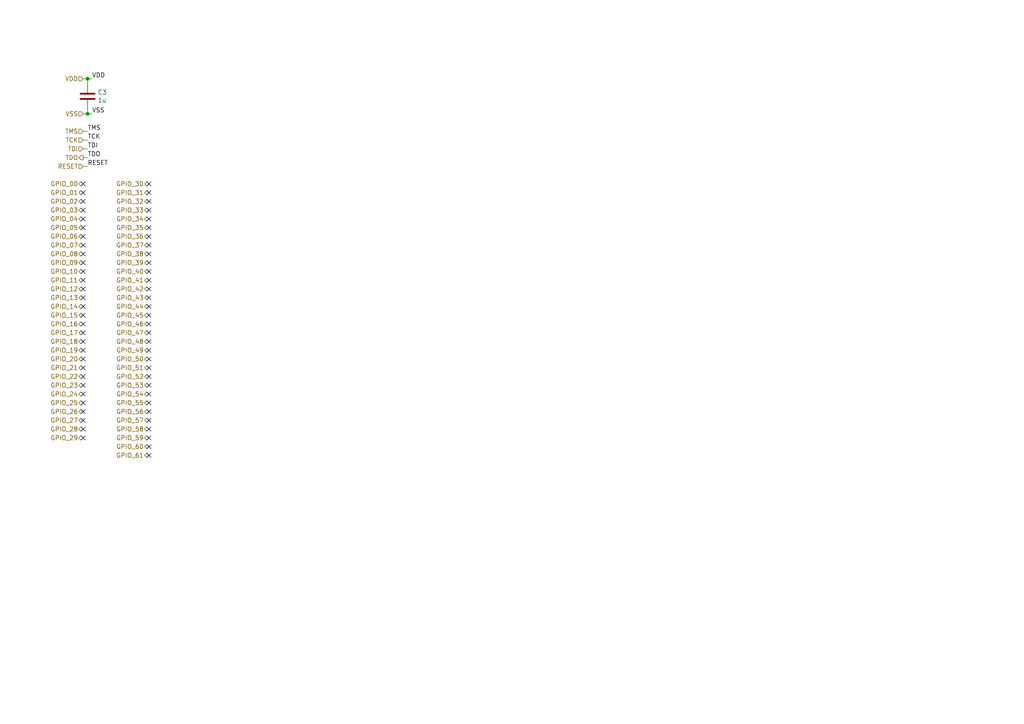
<source format=kicad_sch>
(kicad_sch (version 20230121) (generator eeschema)
  (paper "A4")
  (lib_symbols
    (symbol "Device:C" (pin_numbers hide) (pin_names (offset 0.254))
      (property "Reference" "C" (at 0.635 2.54 0))
      (property "Value" "C" (at 0.635 -2.54 0))
      (symbol "C_0_1"
        (polyline (pts (xy -2.032 -0.762) (xy 2.032 -0.762)) (stroke (width 0.508)))
        (polyline (pts (xy -2.032 0.762) (xy 2.032 0.762)) (stroke (width 0.508)))
      )
      (symbol "C_1_1"
        (pin passive line (at 0 3.81 270) (length 2.794) (name "~") (number "1"))
        (pin passive line (at 0 -3.81 90) (length 2.794) (name "~") (number "2"))
      )
    )
  )
  (junction (at 25.4 33.02))
  (junction (at 25.4 22.86))
  (no_connect (at 24.13 109.22))
  (no_connect (at 43.18 132.08))
  (no_connect (at 43.18 96.52))
  (no_connect (at 24.13 68.58))
  (no_connect (at 43.18 93.98))
  (no_connect (at 43.18 91.44))
  (no_connect (at 24.13 96.52))
  (no_connect (at 43.18 73.66))
  (no_connect (at 24.13 119.38))
  (no_connect (at 24.13 55.88))
  (no_connect (at 24.13 76.2))
  (no_connect (at 24.13 71.12))
  (no_connect (at 24.13 111.76))
  (no_connect (at 24.13 63.5))
  (no_connect (at 24.13 114.3))
  (no_connect (at 43.18 81.28))
  (no_connect (at 43.18 109.22))
  (no_connect (at 43.18 60.96))
  (no_connect (at 24.13 58.42))
  (no_connect (at 43.18 106.68))
  (no_connect (at 43.18 104.14))
  (no_connect (at 24.13 121.92))
  (no_connect (at 24.13 91.44))
  (no_connect (at 43.18 129.54))
  (no_connect (at 24.13 53.34))
  (no_connect (at 24.13 66.04))
  (no_connect (at 43.18 86.36))
  (no_connect (at 43.18 99.06))
  (no_connect (at 24.13 78.74))
  (no_connect (at 43.18 124.46))
  (no_connect (at 43.18 55.88))
  (no_connect (at 24.13 104.14))
  (no_connect (at 24.13 93.98))
  (no_connect (at 43.18 58.42))
  (no_connect (at 24.13 116.84))
  (no_connect (at 43.18 66.04))
  (no_connect (at 24.13 106.68))
  (no_connect (at 24.13 88.9))
  (no_connect (at 43.18 71.12))
  (no_connect (at 43.18 119.38))
  (no_connect (at 24.13 73.66))
  (no_connect (at 24.13 101.6))
  (no_connect (at 24.13 124.46))
  (no_connect (at 43.18 127))
  (no_connect (at 24.13 60.96))
  (no_connect (at 24.13 83.82))
  (no_connect (at 43.18 121.92))
  (no_connect (at 43.18 101.6))
  (no_connect (at 24.13 127))
  (no_connect (at 43.18 116.84))
  (no_connect (at 43.18 76.2))
  (no_connect (at 43.18 68.58))
  (no_connect (at 24.13 81.28))
  (no_connect (at 24.13 86.36))
  (no_connect (at 43.18 83.82))
  (no_connect (at 43.18 63.5))
  (no_connect (at 43.18 114.3))
  (no_connect (at 43.18 88.9))
  (no_connect (at 43.18 53.34))
  (no_connect (at 24.13 99.06))
  (no_connect (at 43.18 111.76))
  (no_connect (at 43.18 78.74))
  (wire (pts (xy 26.67 33.02) (xy 25.4 33.02)))
  (wire (pts (xy 24.13 33.02) (xy 25.4 33.02)))
  (wire (pts (xy 24.13 43.18) (xy 25.4 43.18)))
  (wire (pts (xy 25.4 33.02) (xy 25.4 31.75)))
  (wire (pts (xy 25.4 40.64) (xy 24.13 40.64)))
  (wire (pts (xy 24.13 48.26) (xy 25.4 48.26)))
  (wire (pts (xy 25.4 45.72) (xy 24.13 45.72)))
  (wire (pts (xy 24.13 38.1) (xy 25.4 38.1)))
  (wire (pts (xy 26.67 22.86) (xy 25.4 22.86)))
  (wire (pts (xy 24.13 22.86) (xy 25.4 22.86)))
  (wire (pts (xy 25.4 22.86) (xy 25.4 24.13)))
  (label "VSS" (at 26.67 33.02 0))
  (label "TCK" (at 25.4 40.64 0))
  (label "TDO" (at 25.4 45.72 0))
  (label "TDI" (at 25.4 43.18 0))
  (label "RESET" (at 25.4 48.26 0))
  (label "TMS" (at 25.4 38.1 0))
  (label "VDD" (at 26.67 22.86 0))
  (hierarchical_label "GPIO_30" (shape bidirectional) (at 43.18 53.34 180))
  (hierarchical_label "GPIO_12" (shape bidirectional) (at 24.13 83.82 180))
  (hierarchical_label "GPIO_15" (shape bidirectional) (at 24.13 91.44 180))
  (hierarchical_label "GPIO_39" (shape bidirectional) (at 43.18 76.2 180))
  (hierarchical_label "GPIO_21" (shape bidirectional) (at 24.13 106.68 180))
  (hierarchical_label "GPIO_40" (shape bidirectional) (at 43.18 78.74 180))
  (hierarchical_label "VSS" (shape input) (at 24.13 33.02 180))
  (hierarchical_label "GPIO_02" (shape bidirectional) (at 24.13 58.42 180))
  (hierarchical_label "TDI" (shape input) (at 24.13 43.18 180))
  (hierarchical_label "GPIO_35" (shape bidirectional) (at 43.18 66.04 180))
  (hierarchical_label "GPIO_03" (shape bidirectional) (at 24.13 60.96 180))
  (hierarchical_label "GPIO_20" (shape bidirectional) (at 24.13 104.14 180))
  (hierarchical_label "GPIO_17" (shape bidirectional) (at 24.13 96.52 180))
  (hierarchical_label "GPIO_32" (shape bidirectional) (at 43.18 58.42 180))
  (hierarchical_label "GPIO_60" (shape bidirectional) (at 43.18 129.54 180))
  (hierarchical_label "GPIO_05" (shape bidirectional) (at 24.13 66.04 180))
  (hierarchical_label "GPIO_48" (shape bidirectional) (at 43.18 99.06 180))
  (hierarchical_label "GPIO_11" (shape bidirectional) (at 24.13 81.28 180))
  (hierarchical_label "GPIO_06" (shape bidirectional) (at 24.13 68.58 180))
  (hierarchical_label "GPIO_23" (shape bidirectional) (at 24.13 111.76 180))
  (hierarchical_label "GPIO_34" (shape bidirectional) (at 43.18 63.5 180))
  (hierarchical_label "GPIO_27" (shape bidirectional) (at 24.13 121.92 180))
  (hierarchical_label "GPIO_22" (shape bidirectional) (at 24.13 109.22 180))
  (hierarchical_label "TCK" (shape input) (at 24.13 40.64 180))
  (hierarchical_label "GPIO_38" (shape bidirectional) (at 43.18 73.66 180))
  (hierarchical_label "GPIO_13" (shape bidirectional) (at 24.13 86.36 180))
  (hierarchical_label "GPIO_42" (shape bidirectional) (at 43.18 83.82 180))
  (hierarchical_label "GPIO_24" (shape bidirectional) (at 24.13 114.3 180))
  (hierarchical_label "GPIO_61" (shape bidirectional) (at 43.18 132.08 180))
  (hierarchical_label "TMS" (shape input) (at 24.13 38.1 180))
  (hierarchical_label "GPIO_43" (shape bidirectional) (at 43.18 86.36 180))
  (hierarchical_label "GPIO_10" (shape bidirectional) (at 24.13 78.74 180))
  (hierarchical_label "GPIO_00" (shape bidirectional) (at 24.13 53.34 180))
  (hierarchical_label "GPIO_37" (shape bidirectional) (at 43.18 71.12 180))
  (hierarchical_label "GPIO_55" (shape bidirectional) (at 43.18 116.84 180))
  (hierarchical_label "GPIO_41" (shape bidirectional) (at 43.18 81.28 180))
  (hierarchical_label "GPIO_25" (shape bidirectional) (at 24.13 116.84 180))
  (hierarchical_label "GPIO_04" (shape bidirectional) (at 24.13 63.5 180))
  (hierarchical_label "GPIO_47" (shape bidirectional) (at 43.18 96.52 180))
  (hierarchical_label "GPIO_45" (shape bidirectional) (at 43.18 91.44 180))
  (hierarchical_label "GPIO_46" (shape bidirectional) (at 43.18 93.98 180))
  (hierarchical_label "GPIO_19" (shape bidirectional) (at 24.13 101.6 180))
  (hierarchical_label "GPIO_36" (shape bidirectional) (at 43.18 68.58 180))
  (hierarchical_label "GPIO_14" (shape bidirectional) (at 24.13 88.9 180))
  (hierarchical_label "GPIO_07" (shape bidirectional) (at 24.13 71.12 180))
  (hierarchical_label "GPIO_51" (shape bidirectional) (at 43.18 106.68 180))
  (hierarchical_label "GPIO_52" (shape bidirectional) (at 43.18 109.22 180))
  (hierarchical_label "GPIO_49" (shape bidirectional) (at 43.18 101.6 180))
  (hierarchical_label "VDD" (shape input) (at 24.13 22.86 180))
  (hierarchical_label "GPIO_26" (shape bidirectional) (at 24.13 119.38 180))
  (hierarchical_label "RESET" (shape input) (at 24.13 48.26 180))
  (hierarchical_label "GPIO_44" (shape bidirectional) (at 43.18 88.9 180))
  (hierarchical_label "GPIO_01" (shape bidirectional) (at 24.13 55.88 180))
  (hierarchical_label "GPIO_28" (shape bidirectional) (at 24.13 124.46 180))
  (hierarchical_label "GPIO_53" (shape bidirectional) (at 43.18 111.76 180))
  (hierarchical_label "GPIO_33" (shape bidirectional) (at 43.18 60.96 180))
  (hierarchical_label "GPIO_16" (shape bidirectional) (at 24.13 93.98 180))
  (hierarchical_label "GPIO_50" (shape bidirectional) (at 43.18 104.14 180))
  (hierarchical_label "GPIO_56" (shape bidirectional) (at 43.18 119.38 180))
  (hierarchical_label "GPIO_58" (shape bidirectional) (at 43.18 124.46 180))
  (hierarchical_label "GPIO_18" (shape bidirectional) (at 24.13 99.06 180))
  (hierarchical_label "GPIO_59" (shape bidirectional) (at 43.18 127 180))
  (hierarchical_label "GPIO_31" (shape bidirectional) (at 43.18 55.88 180))
  (hierarchical_label "GPIO_54" (shape bidirectional) (at 43.18 114.3 180))
  (hierarchical_label "GPIO_29" (shape bidirectional) (at 24.13 127 180))
  (hierarchical_label "TDO" (shape output) (at 24.13 45.72 180))
  (hierarchical_label "GPIO_09" (shape bidirectional) (at 24.13 76.2 180))
  (hierarchical_label "GPIO_08" (shape bidirectional) (at 24.13 73.66 180))
  (hierarchical_label "GPIO_57" (shape bidirectional) (at 43.18 121.92 180))
  (symbol (lib_id "Device:C") (at 25.4 27.94 0) (unit 1)
    (property "Reference" "C3" (at 28.321 26.7716 0) (effects (justify left)))
    (property "Value" "1u" (at 28.321 29.083 0) (effects (justify left)))
    (property "Footprint" "SquantorRcl:C_0402" (effects hide))
  )
)
</source>
